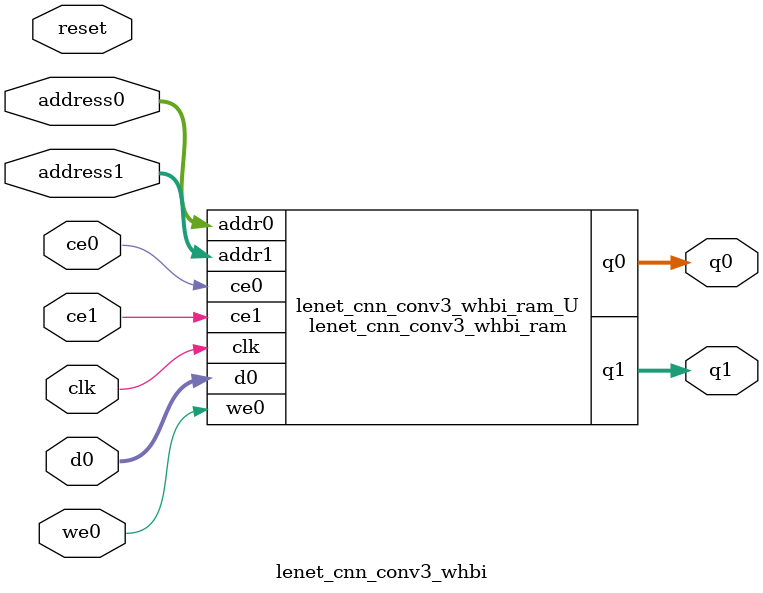
<source format=v>
`timescale 1 ns / 1 ps
module lenet_cnn_conv3_whbi_ram (addr0, ce0, d0, we0, q0, addr1, ce1, q1,  clk);

parameter DWIDTH = 32;
parameter AWIDTH = 12;
parameter MEM_SIZE = 2400;

input[AWIDTH-1:0] addr0;
input ce0;
input[DWIDTH-1:0] d0;
input we0;
output reg[DWIDTH-1:0] q0;
input[AWIDTH-1:0] addr1;
input ce1;
output reg[DWIDTH-1:0] q1;
input clk;

(* ram_style = "block" *)reg [DWIDTH-1:0] ram[0:MEM_SIZE-1];




always @(posedge clk)  
begin 
    if (ce0) 
    begin
        if (we0) 
        begin 
            ram[addr0] <= d0; 
        end 
        q0 <= ram[addr0];
    end
end


always @(posedge clk)  
begin 
    if (ce1) 
    begin
        q1 <= ram[addr1];
    end
end


endmodule

`timescale 1 ns / 1 ps
module lenet_cnn_conv3_whbi(
    reset,
    clk,
    address0,
    ce0,
    we0,
    d0,
    q0,
    address1,
    ce1,
    q1);

parameter DataWidth = 32'd32;
parameter AddressRange = 32'd2400;
parameter AddressWidth = 32'd12;
input reset;
input clk;
input[AddressWidth - 1:0] address0;
input ce0;
input we0;
input[DataWidth - 1:0] d0;
output[DataWidth - 1:0] q0;
input[AddressWidth - 1:0] address1;
input ce1;
output[DataWidth - 1:0] q1;



lenet_cnn_conv3_whbi_ram lenet_cnn_conv3_whbi_ram_U(
    .clk( clk ),
    .addr0( address0 ),
    .ce0( ce0 ),
    .we0( we0 ),
    .d0( d0 ),
    .q0( q0 ),
    .addr1( address1 ),
    .ce1( ce1 ),
    .q1( q1 ));

endmodule


</source>
